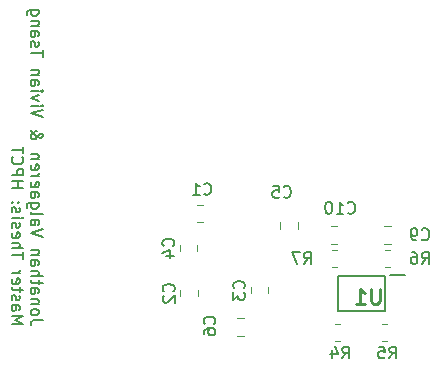
<source format=gbr>
%TF.GenerationSoftware,KiCad,Pcbnew,8.0.6-1.fc40*%
%TF.CreationDate,2024-12-02T14:58:13+01:00*%
%TF.ProjectId,PeltierDriver,50656c74-6965-4724-9472-697665722e6b,rev?*%
%TF.SameCoordinates,Original*%
%TF.FileFunction,Legend,Bot*%
%TF.FilePolarity,Positive*%
%FSLAX46Y46*%
G04 Gerber Fmt 4.6, Leading zero omitted, Abs format (unit mm)*
G04 Created by KiCad (PCBNEW 8.0.6-1.fc40) date 2024-12-02 14:58:13*
%MOMM*%
%LPD*%
G01*
G04 APERTURE LIST*
%ADD10C,0.200000*%
%ADD11C,0.150000*%
%ADD12C,0.254000*%
%ADD13C,0.120000*%
G04 APERTURE END LIST*
D10*
X124742724Y-108844612D02*
X124028439Y-108844612D01*
X124028439Y-108844612D02*
X123885582Y-108892231D01*
X123885582Y-108892231D02*
X123790344Y-108987469D01*
X123790344Y-108987469D02*
X123742724Y-109130326D01*
X123742724Y-109130326D02*
X123742724Y-109225564D01*
X123742724Y-108225564D02*
X123790344Y-108320802D01*
X123790344Y-108320802D02*
X123837963Y-108368421D01*
X123837963Y-108368421D02*
X123933201Y-108416040D01*
X123933201Y-108416040D02*
X124218915Y-108416040D01*
X124218915Y-108416040D02*
X124314153Y-108368421D01*
X124314153Y-108368421D02*
X124361772Y-108320802D01*
X124361772Y-108320802D02*
X124409391Y-108225564D01*
X124409391Y-108225564D02*
X124409391Y-108082707D01*
X124409391Y-108082707D02*
X124361772Y-107987469D01*
X124361772Y-107987469D02*
X124314153Y-107939850D01*
X124314153Y-107939850D02*
X124218915Y-107892231D01*
X124218915Y-107892231D02*
X123933201Y-107892231D01*
X123933201Y-107892231D02*
X123837963Y-107939850D01*
X123837963Y-107939850D02*
X123790344Y-107987469D01*
X123790344Y-107987469D02*
X123742724Y-108082707D01*
X123742724Y-108082707D02*
X123742724Y-108225564D01*
X124409391Y-107463659D02*
X123742724Y-107463659D01*
X124314153Y-107463659D02*
X124361772Y-107416040D01*
X124361772Y-107416040D02*
X124409391Y-107320802D01*
X124409391Y-107320802D02*
X124409391Y-107177945D01*
X124409391Y-107177945D02*
X124361772Y-107082707D01*
X124361772Y-107082707D02*
X124266534Y-107035088D01*
X124266534Y-107035088D02*
X123742724Y-107035088D01*
X123742724Y-106130326D02*
X124266534Y-106130326D01*
X124266534Y-106130326D02*
X124361772Y-106177945D01*
X124361772Y-106177945D02*
X124409391Y-106273183D01*
X124409391Y-106273183D02*
X124409391Y-106463659D01*
X124409391Y-106463659D02*
X124361772Y-106558897D01*
X123790344Y-106130326D02*
X123742724Y-106225564D01*
X123742724Y-106225564D02*
X123742724Y-106463659D01*
X123742724Y-106463659D02*
X123790344Y-106558897D01*
X123790344Y-106558897D02*
X123885582Y-106606516D01*
X123885582Y-106606516D02*
X123980820Y-106606516D01*
X123980820Y-106606516D02*
X124076058Y-106558897D01*
X124076058Y-106558897D02*
X124123677Y-106463659D01*
X124123677Y-106463659D02*
X124123677Y-106225564D01*
X124123677Y-106225564D02*
X124171296Y-106130326D01*
X124409391Y-105796992D02*
X124409391Y-105416040D01*
X124742724Y-105654135D02*
X123885582Y-105654135D01*
X123885582Y-105654135D02*
X123790344Y-105606516D01*
X123790344Y-105606516D02*
X123742724Y-105511278D01*
X123742724Y-105511278D02*
X123742724Y-105416040D01*
X123742724Y-105082706D02*
X124742724Y-105082706D01*
X123742724Y-104654135D02*
X124266534Y-104654135D01*
X124266534Y-104654135D02*
X124361772Y-104701754D01*
X124361772Y-104701754D02*
X124409391Y-104796992D01*
X124409391Y-104796992D02*
X124409391Y-104939849D01*
X124409391Y-104939849D02*
X124361772Y-105035087D01*
X124361772Y-105035087D02*
X124314153Y-105082706D01*
X123742724Y-103749373D02*
X124266534Y-103749373D01*
X124266534Y-103749373D02*
X124361772Y-103796992D01*
X124361772Y-103796992D02*
X124409391Y-103892230D01*
X124409391Y-103892230D02*
X124409391Y-104082706D01*
X124409391Y-104082706D02*
X124361772Y-104177944D01*
X123790344Y-103749373D02*
X123742724Y-103844611D01*
X123742724Y-103844611D02*
X123742724Y-104082706D01*
X123742724Y-104082706D02*
X123790344Y-104177944D01*
X123790344Y-104177944D02*
X123885582Y-104225563D01*
X123885582Y-104225563D02*
X123980820Y-104225563D01*
X123980820Y-104225563D02*
X124076058Y-104177944D01*
X124076058Y-104177944D02*
X124123677Y-104082706D01*
X124123677Y-104082706D02*
X124123677Y-103844611D01*
X124123677Y-103844611D02*
X124171296Y-103749373D01*
X124409391Y-103273182D02*
X123742724Y-103273182D01*
X124314153Y-103273182D02*
X124361772Y-103225563D01*
X124361772Y-103225563D02*
X124409391Y-103130325D01*
X124409391Y-103130325D02*
X124409391Y-102987468D01*
X124409391Y-102987468D02*
X124361772Y-102892230D01*
X124361772Y-102892230D02*
X124266534Y-102844611D01*
X124266534Y-102844611D02*
X123742724Y-102844611D01*
X124742724Y-101749372D02*
X123742724Y-101416039D01*
X123742724Y-101416039D02*
X124742724Y-101082706D01*
X123742724Y-100320801D02*
X124266534Y-100320801D01*
X124266534Y-100320801D02*
X124361772Y-100368420D01*
X124361772Y-100368420D02*
X124409391Y-100463658D01*
X124409391Y-100463658D02*
X124409391Y-100654134D01*
X124409391Y-100654134D02*
X124361772Y-100749372D01*
X123790344Y-100320801D02*
X123742724Y-100416039D01*
X123742724Y-100416039D02*
X123742724Y-100654134D01*
X123742724Y-100654134D02*
X123790344Y-100749372D01*
X123790344Y-100749372D02*
X123885582Y-100796991D01*
X123885582Y-100796991D02*
X123980820Y-100796991D01*
X123980820Y-100796991D02*
X124076058Y-100749372D01*
X124076058Y-100749372D02*
X124123677Y-100654134D01*
X124123677Y-100654134D02*
X124123677Y-100416039D01*
X124123677Y-100416039D02*
X124171296Y-100320801D01*
X123742724Y-99701753D02*
X123790344Y-99796991D01*
X123790344Y-99796991D02*
X123885582Y-99844610D01*
X123885582Y-99844610D02*
X124742724Y-99844610D01*
X124409391Y-98892229D02*
X123599867Y-98892229D01*
X123599867Y-98892229D02*
X123504629Y-98939848D01*
X123504629Y-98939848D02*
X123457010Y-98987467D01*
X123457010Y-98987467D02*
X123409391Y-99082705D01*
X123409391Y-99082705D02*
X123409391Y-99225562D01*
X123409391Y-99225562D02*
X123457010Y-99320800D01*
X123790344Y-98892229D02*
X123742724Y-98987467D01*
X123742724Y-98987467D02*
X123742724Y-99177943D01*
X123742724Y-99177943D02*
X123790344Y-99273181D01*
X123790344Y-99273181D02*
X123837963Y-99320800D01*
X123837963Y-99320800D02*
X123933201Y-99368419D01*
X123933201Y-99368419D02*
X124218915Y-99368419D01*
X124218915Y-99368419D02*
X124314153Y-99320800D01*
X124314153Y-99320800D02*
X124361772Y-99273181D01*
X124361772Y-99273181D02*
X124409391Y-99177943D01*
X124409391Y-99177943D02*
X124409391Y-98987467D01*
X124409391Y-98987467D02*
X124361772Y-98892229D01*
X123742724Y-97987467D02*
X124266534Y-97987467D01*
X124266534Y-97987467D02*
X124361772Y-98035086D01*
X124361772Y-98035086D02*
X124409391Y-98130324D01*
X124409391Y-98130324D02*
X124409391Y-98320800D01*
X124409391Y-98320800D02*
X124361772Y-98416038D01*
X123790344Y-97987467D02*
X123742724Y-98082705D01*
X123742724Y-98082705D02*
X123742724Y-98320800D01*
X123742724Y-98320800D02*
X123790344Y-98416038D01*
X123790344Y-98416038D02*
X123885582Y-98463657D01*
X123885582Y-98463657D02*
X123980820Y-98463657D01*
X123980820Y-98463657D02*
X124076058Y-98416038D01*
X124076058Y-98416038D02*
X124123677Y-98320800D01*
X124123677Y-98320800D02*
X124123677Y-98082705D01*
X124123677Y-98082705D02*
X124171296Y-97987467D01*
X123790344Y-97130324D02*
X123742724Y-97225562D01*
X123742724Y-97225562D02*
X123742724Y-97416038D01*
X123742724Y-97416038D02*
X123790344Y-97511276D01*
X123790344Y-97511276D02*
X123885582Y-97558895D01*
X123885582Y-97558895D02*
X124266534Y-97558895D01*
X124266534Y-97558895D02*
X124361772Y-97511276D01*
X124361772Y-97511276D02*
X124409391Y-97416038D01*
X124409391Y-97416038D02*
X124409391Y-97225562D01*
X124409391Y-97225562D02*
X124361772Y-97130324D01*
X124361772Y-97130324D02*
X124266534Y-97082705D01*
X124266534Y-97082705D02*
X124171296Y-97082705D01*
X124171296Y-97082705D02*
X124076058Y-97558895D01*
X123742724Y-96654133D02*
X124409391Y-96654133D01*
X124218915Y-96654133D02*
X124314153Y-96606514D01*
X124314153Y-96606514D02*
X124361772Y-96558895D01*
X124361772Y-96558895D02*
X124409391Y-96463657D01*
X124409391Y-96463657D02*
X124409391Y-96368419D01*
X123790344Y-95654133D02*
X123742724Y-95749371D01*
X123742724Y-95749371D02*
X123742724Y-95939847D01*
X123742724Y-95939847D02*
X123790344Y-96035085D01*
X123790344Y-96035085D02*
X123885582Y-96082704D01*
X123885582Y-96082704D02*
X124266534Y-96082704D01*
X124266534Y-96082704D02*
X124361772Y-96035085D01*
X124361772Y-96035085D02*
X124409391Y-95939847D01*
X124409391Y-95939847D02*
X124409391Y-95749371D01*
X124409391Y-95749371D02*
X124361772Y-95654133D01*
X124361772Y-95654133D02*
X124266534Y-95606514D01*
X124266534Y-95606514D02*
X124171296Y-95606514D01*
X124171296Y-95606514D02*
X124076058Y-96082704D01*
X124409391Y-95177942D02*
X123742724Y-95177942D01*
X124314153Y-95177942D02*
X124361772Y-95130323D01*
X124361772Y-95130323D02*
X124409391Y-95035085D01*
X124409391Y-95035085D02*
X124409391Y-94892228D01*
X124409391Y-94892228D02*
X124361772Y-94796990D01*
X124361772Y-94796990D02*
X124266534Y-94749371D01*
X124266534Y-94749371D02*
X123742724Y-94749371D01*
X123742724Y-92701751D02*
X123742724Y-92749371D01*
X123742724Y-92749371D02*
X123790344Y-92844609D01*
X123790344Y-92844609D02*
X123933201Y-92987466D01*
X123933201Y-92987466D02*
X124218915Y-93225561D01*
X124218915Y-93225561D02*
X124361772Y-93320799D01*
X124361772Y-93320799D02*
X124504629Y-93368418D01*
X124504629Y-93368418D02*
X124599867Y-93368418D01*
X124599867Y-93368418D02*
X124695105Y-93320799D01*
X124695105Y-93320799D02*
X124742724Y-93225561D01*
X124742724Y-93225561D02*
X124742724Y-93177942D01*
X124742724Y-93177942D02*
X124695105Y-93082704D01*
X124695105Y-93082704D02*
X124599867Y-93035085D01*
X124599867Y-93035085D02*
X124552248Y-93035085D01*
X124552248Y-93035085D02*
X124457010Y-93082704D01*
X124457010Y-93082704D02*
X124409391Y-93130323D01*
X124409391Y-93130323D02*
X124218915Y-93416037D01*
X124218915Y-93416037D02*
X124171296Y-93463656D01*
X124171296Y-93463656D02*
X124076058Y-93511275D01*
X124076058Y-93511275D02*
X123933201Y-93511275D01*
X123933201Y-93511275D02*
X123837963Y-93463656D01*
X123837963Y-93463656D02*
X123790344Y-93416037D01*
X123790344Y-93416037D02*
X123742724Y-93320799D01*
X123742724Y-93320799D02*
X123742724Y-93177942D01*
X123742724Y-93177942D02*
X123790344Y-93082704D01*
X123790344Y-93082704D02*
X123837963Y-93035085D01*
X123837963Y-93035085D02*
X124028439Y-92892228D01*
X124028439Y-92892228D02*
X124171296Y-92844609D01*
X124171296Y-92844609D02*
X124266534Y-92844609D01*
X124742724Y-91654132D02*
X123742724Y-91320799D01*
X123742724Y-91320799D02*
X124742724Y-90987466D01*
X123742724Y-90654132D02*
X124409391Y-90654132D01*
X124742724Y-90654132D02*
X124695105Y-90701751D01*
X124695105Y-90701751D02*
X124647486Y-90654132D01*
X124647486Y-90654132D02*
X124695105Y-90606513D01*
X124695105Y-90606513D02*
X124742724Y-90654132D01*
X124742724Y-90654132D02*
X124647486Y-90654132D01*
X124409391Y-90273180D02*
X123742724Y-90035085D01*
X123742724Y-90035085D02*
X124409391Y-89796990D01*
X123742724Y-89416037D02*
X124409391Y-89416037D01*
X124742724Y-89416037D02*
X124695105Y-89463656D01*
X124695105Y-89463656D02*
X124647486Y-89416037D01*
X124647486Y-89416037D02*
X124695105Y-89368418D01*
X124695105Y-89368418D02*
X124742724Y-89416037D01*
X124742724Y-89416037D02*
X124647486Y-89416037D01*
X123742724Y-88511276D02*
X124266534Y-88511276D01*
X124266534Y-88511276D02*
X124361772Y-88558895D01*
X124361772Y-88558895D02*
X124409391Y-88654133D01*
X124409391Y-88654133D02*
X124409391Y-88844609D01*
X124409391Y-88844609D02*
X124361772Y-88939847D01*
X123790344Y-88511276D02*
X123742724Y-88606514D01*
X123742724Y-88606514D02*
X123742724Y-88844609D01*
X123742724Y-88844609D02*
X123790344Y-88939847D01*
X123790344Y-88939847D02*
X123885582Y-88987466D01*
X123885582Y-88987466D02*
X123980820Y-88987466D01*
X123980820Y-88987466D02*
X124076058Y-88939847D01*
X124076058Y-88939847D02*
X124123677Y-88844609D01*
X124123677Y-88844609D02*
X124123677Y-88606514D01*
X124123677Y-88606514D02*
X124171296Y-88511276D01*
X124409391Y-88035085D02*
X123742724Y-88035085D01*
X124314153Y-88035085D02*
X124361772Y-87987466D01*
X124361772Y-87987466D02*
X124409391Y-87892228D01*
X124409391Y-87892228D02*
X124409391Y-87749371D01*
X124409391Y-87749371D02*
X124361772Y-87654133D01*
X124361772Y-87654133D02*
X124266534Y-87606514D01*
X124266534Y-87606514D02*
X123742724Y-87606514D01*
X124742724Y-86511275D02*
X124742724Y-85939847D01*
X123742724Y-86225561D02*
X124742724Y-86225561D01*
X123790344Y-85654132D02*
X123742724Y-85558894D01*
X123742724Y-85558894D02*
X123742724Y-85368418D01*
X123742724Y-85368418D02*
X123790344Y-85273180D01*
X123790344Y-85273180D02*
X123885582Y-85225561D01*
X123885582Y-85225561D02*
X123933201Y-85225561D01*
X123933201Y-85225561D02*
X124028439Y-85273180D01*
X124028439Y-85273180D02*
X124076058Y-85368418D01*
X124076058Y-85368418D02*
X124076058Y-85511275D01*
X124076058Y-85511275D02*
X124123677Y-85606513D01*
X124123677Y-85606513D02*
X124218915Y-85654132D01*
X124218915Y-85654132D02*
X124266534Y-85654132D01*
X124266534Y-85654132D02*
X124361772Y-85606513D01*
X124361772Y-85606513D02*
X124409391Y-85511275D01*
X124409391Y-85511275D02*
X124409391Y-85368418D01*
X124409391Y-85368418D02*
X124361772Y-85273180D01*
X123742724Y-84368418D02*
X124266534Y-84368418D01*
X124266534Y-84368418D02*
X124361772Y-84416037D01*
X124361772Y-84416037D02*
X124409391Y-84511275D01*
X124409391Y-84511275D02*
X124409391Y-84701751D01*
X124409391Y-84701751D02*
X124361772Y-84796989D01*
X123790344Y-84368418D02*
X123742724Y-84463656D01*
X123742724Y-84463656D02*
X123742724Y-84701751D01*
X123742724Y-84701751D02*
X123790344Y-84796989D01*
X123790344Y-84796989D02*
X123885582Y-84844608D01*
X123885582Y-84844608D02*
X123980820Y-84844608D01*
X123980820Y-84844608D02*
X124076058Y-84796989D01*
X124076058Y-84796989D02*
X124123677Y-84701751D01*
X124123677Y-84701751D02*
X124123677Y-84463656D01*
X124123677Y-84463656D02*
X124171296Y-84368418D01*
X124409391Y-83892227D02*
X123742724Y-83892227D01*
X124314153Y-83892227D02*
X124361772Y-83844608D01*
X124361772Y-83844608D02*
X124409391Y-83749370D01*
X124409391Y-83749370D02*
X124409391Y-83606513D01*
X124409391Y-83606513D02*
X124361772Y-83511275D01*
X124361772Y-83511275D02*
X124266534Y-83463656D01*
X124266534Y-83463656D02*
X123742724Y-83463656D01*
X124409391Y-82558894D02*
X123599867Y-82558894D01*
X123599867Y-82558894D02*
X123504629Y-82606513D01*
X123504629Y-82606513D02*
X123457010Y-82654132D01*
X123457010Y-82654132D02*
X123409391Y-82749370D01*
X123409391Y-82749370D02*
X123409391Y-82892227D01*
X123409391Y-82892227D02*
X123457010Y-82987465D01*
X123790344Y-82558894D02*
X123742724Y-82654132D01*
X123742724Y-82654132D02*
X123742724Y-82844608D01*
X123742724Y-82844608D02*
X123790344Y-82939846D01*
X123790344Y-82939846D02*
X123837963Y-82987465D01*
X123837963Y-82987465D02*
X123933201Y-83035084D01*
X123933201Y-83035084D02*
X124218915Y-83035084D01*
X124218915Y-83035084D02*
X124314153Y-82987465D01*
X124314153Y-82987465D02*
X124361772Y-82939846D01*
X124361772Y-82939846D02*
X124409391Y-82844608D01*
X124409391Y-82844608D02*
X124409391Y-82654132D01*
X124409391Y-82654132D02*
X124361772Y-82558894D01*
X122132780Y-109130326D02*
X123132780Y-109130326D01*
X123132780Y-109130326D02*
X122418495Y-108796993D01*
X122418495Y-108796993D02*
X123132780Y-108463660D01*
X123132780Y-108463660D02*
X122132780Y-108463660D01*
X122132780Y-107558898D02*
X122656590Y-107558898D01*
X122656590Y-107558898D02*
X122751828Y-107606517D01*
X122751828Y-107606517D02*
X122799447Y-107701755D01*
X122799447Y-107701755D02*
X122799447Y-107892231D01*
X122799447Y-107892231D02*
X122751828Y-107987469D01*
X122180400Y-107558898D02*
X122132780Y-107654136D01*
X122132780Y-107654136D02*
X122132780Y-107892231D01*
X122132780Y-107892231D02*
X122180400Y-107987469D01*
X122180400Y-107987469D02*
X122275638Y-108035088D01*
X122275638Y-108035088D02*
X122370876Y-108035088D01*
X122370876Y-108035088D02*
X122466114Y-107987469D01*
X122466114Y-107987469D02*
X122513733Y-107892231D01*
X122513733Y-107892231D02*
X122513733Y-107654136D01*
X122513733Y-107654136D02*
X122561352Y-107558898D01*
X122180400Y-107130326D02*
X122132780Y-107035088D01*
X122132780Y-107035088D02*
X122132780Y-106844612D01*
X122132780Y-106844612D02*
X122180400Y-106749374D01*
X122180400Y-106749374D02*
X122275638Y-106701755D01*
X122275638Y-106701755D02*
X122323257Y-106701755D01*
X122323257Y-106701755D02*
X122418495Y-106749374D01*
X122418495Y-106749374D02*
X122466114Y-106844612D01*
X122466114Y-106844612D02*
X122466114Y-106987469D01*
X122466114Y-106987469D02*
X122513733Y-107082707D01*
X122513733Y-107082707D02*
X122608971Y-107130326D01*
X122608971Y-107130326D02*
X122656590Y-107130326D01*
X122656590Y-107130326D02*
X122751828Y-107082707D01*
X122751828Y-107082707D02*
X122799447Y-106987469D01*
X122799447Y-106987469D02*
X122799447Y-106844612D01*
X122799447Y-106844612D02*
X122751828Y-106749374D01*
X122799447Y-106416040D02*
X122799447Y-106035088D01*
X123132780Y-106273183D02*
X122275638Y-106273183D01*
X122275638Y-106273183D02*
X122180400Y-106225564D01*
X122180400Y-106225564D02*
X122132780Y-106130326D01*
X122132780Y-106130326D02*
X122132780Y-106035088D01*
X122180400Y-105320802D02*
X122132780Y-105416040D01*
X122132780Y-105416040D02*
X122132780Y-105606516D01*
X122132780Y-105606516D02*
X122180400Y-105701754D01*
X122180400Y-105701754D02*
X122275638Y-105749373D01*
X122275638Y-105749373D02*
X122656590Y-105749373D01*
X122656590Y-105749373D02*
X122751828Y-105701754D01*
X122751828Y-105701754D02*
X122799447Y-105606516D01*
X122799447Y-105606516D02*
X122799447Y-105416040D01*
X122799447Y-105416040D02*
X122751828Y-105320802D01*
X122751828Y-105320802D02*
X122656590Y-105273183D01*
X122656590Y-105273183D02*
X122561352Y-105273183D01*
X122561352Y-105273183D02*
X122466114Y-105749373D01*
X122132780Y-104844611D02*
X122799447Y-104844611D01*
X122608971Y-104844611D02*
X122704209Y-104796992D01*
X122704209Y-104796992D02*
X122751828Y-104749373D01*
X122751828Y-104749373D02*
X122799447Y-104654135D01*
X122799447Y-104654135D02*
X122799447Y-104558897D01*
X123132780Y-103606515D02*
X123132780Y-103035087D01*
X122132780Y-103320801D02*
X123132780Y-103320801D01*
X122132780Y-102701753D02*
X123132780Y-102701753D01*
X122132780Y-102273182D02*
X122656590Y-102273182D01*
X122656590Y-102273182D02*
X122751828Y-102320801D01*
X122751828Y-102320801D02*
X122799447Y-102416039D01*
X122799447Y-102416039D02*
X122799447Y-102558896D01*
X122799447Y-102558896D02*
X122751828Y-102654134D01*
X122751828Y-102654134D02*
X122704209Y-102701753D01*
X122180400Y-101416039D02*
X122132780Y-101511277D01*
X122132780Y-101511277D02*
X122132780Y-101701753D01*
X122132780Y-101701753D02*
X122180400Y-101796991D01*
X122180400Y-101796991D02*
X122275638Y-101844610D01*
X122275638Y-101844610D02*
X122656590Y-101844610D01*
X122656590Y-101844610D02*
X122751828Y-101796991D01*
X122751828Y-101796991D02*
X122799447Y-101701753D01*
X122799447Y-101701753D02*
X122799447Y-101511277D01*
X122799447Y-101511277D02*
X122751828Y-101416039D01*
X122751828Y-101416039D02*
X122656590Y-101368420D01*
X122656590Y-101368420D02*
X122561352Y-101368420D01*
X122561352Y-101368420D02*
X122466114Y-101844610D01*
X122180400Y-100987467D02*
X122132780Y-100892229D01*
X122132780Y-100892229D02*
X122132780Y-100701753D01*
X122132780Y-100701753D02*
X122180400Y-100606515D01*
X122180400Y-100606515D02*
X122275638Y-100558896D01*
X122275638Y-100558896D02*
X122323257Y-100558896D01*
X122323257Y-100558896D02*
X122418495Y-100606515D01*
X122418495Y-100606515D02*
X122466114Y-100701753D01*
X122466114Y-100701753D02*
X122466114Y-100844610D01*
X122466114Y-100844610D02*
X122513733Y-100939848D01*
X122513733Y-100939848D02*
X122608971Y-100987467D01*
X122608971Y-100987467D02*
X122656590Y-100987467D01*
X122656590Y-100987467D02*
X122751828Y-100939848D01*
X122751828Y-100939848D02*
X122799447Y-100844610D01*
X122799447Y-100844610D02*
X122799447Y-100701753D01*
X122799447Y-100701753D02*
X122751828Y-100606515D01*
X122132780Y-100130324D02*
X122799447Y-100130324D01*
X123132780Y-100130324D02*
X123085161Y-100177943D01*
X123085161Y-100177943D02*
X123037542Y-100130324D01*
X123037542Y-100130324D02*
X123085161Y-100082705D01*
X123085161Y-100082705D02*
X123132780Y-100130324D01*
X123132780Y-100130324D02*
X123037542Y-100130324D01*
X122180400Y-99701753D02*
X122132780Y-99606515D01*
X122132780Y-99606515D02*
X122132780Y-99416039D01*
X122132780Y-99416039D02*
X122180400Y-99320801D01*
X122180400Y-99320801D02*
X122275638Y-99273182D01*
X122275638Y-99273182D02*
X122323257Y-99273182D01*
X122323257Y-99273182D02*
X122418495Y-99320801D01*
X122418495Y-99320801D02*
X122466114Y-99416039D01*
X122466114Y-99416039D02*
X122466114Y-99558896D01*
X122466114Y-99558896D02*
X122513733Y-99654134D01*
X122513733Y-99654134D02*
X122608971Y-99701753D01*
X122608971Y-99701753D02*
X122656590Y-99701753D01*
X122656590Y-99701753D02*
X122751828Y-99654134D01*
X122751828Y-99654134D02*
X122799447Y-99558896D01*
X122799447Y-99558896D02*
X122799447Y-99416039D01*
X122799447Y-99416039D02*
X122751828Y-99320801D01*
X122228019Y-98844610D02*
X122180400Y-98796991D01*
X122180400Y-98796991D02*
X122132780Y-98844610D01*
X122132780Y-98844610D02*
X122180400Y-98892229D01*
X122180400Y-98892229D02*
X122228019Y-98844610D01*
X122228019Y-98844610D02*
X122132780Y-98844610D01*
X122751828Y-98844610D02*
X122704209Y-98796991D01*
X122704209Y-98796991D02*
X122656590Y-98844610D01*
X122656590Y-98844610D02*
X122704209Y-98892229D01*
X122704209Y-98892229D02*
X122751828Y-98844610D01*
X122751828Y-98844610D02*
X122656590Y-98844610D01*
X122132780Y-97606515D02*
X123132780Y-97606515D01*
X122656590Y-97606515D02*
X122656590Y-97035087D01*
X122132780Y-97035087D02*
X123132780Y-97035087D01*
X122132780Y-96558896D02*
X123132780Y-96558896D01*
X123132780Y-96558896D02*
X123132780Y-96177944D01*
X123132780Y-96177944D02*
X123085161Y-96082706D01*
X123085161Y-96082706D02*
X123037542Y-96035087D01*
X123037542Y-96035087D02*
X122942304Y-95987468D01*
X122942304Y-95987468D02*
X122799447Y-95987468D01*
X122799447Y-95987468D02*
X122704209Y-96035087D01*
X122704209Y-96035087D02*
X122656590Y-96082706D01*
X122656590Y-96082706D02*
X122608971Y-96177944D01*
X122608971Y-96177944D02*
X122608971Y-96558896D01*
X122228019Y-94987468D02*
X122180400Y-95035087D01*
X122180400Y-95035087D02*
X122132780Y-95177944D01*
X122132780Y-95177944D02*
X122132780Y-95273182D01*
X122132780Y-95273182D02*
X122180400Y-95416039D01*
X122180400Y-95416039D02*
X122275638Y-95511277D01*
X122275638Y-95511277D02*
X122370876Y-95558896D01*
X122370876Y-95558896D02*
X122561352Y-95606515D01*
X122561352Y-95606515D02*
X122704209Y-95606515D01*
X122704209Y-95606515D02*
X122894685Y-95558896D01*
X122894685Y-95558896D02*
X122989923Y-95511277D01*
X122989923Y-95511277D02*
X123085161Y-95416039D01*
X123085161Y-95416039D02*
X123132780Y-95273182D01*
X123132780Y-95273182D02*
X123132780Y-95177944D01*
X123132780Y-95177944D02*
X123085161Y-95035087D01*
X123085161Y-95035087D02*
X123037542Y-94987468D01*
X123132780Y-94701753D02*
X123132780Y-94130325D01*
X122132780Y-94416039D02*
X123132780Y-94416039D01*
D11*
X135826540Y-106383333D02*
X135874160Y-106335714D01*
X135874160Y-106335714D02*
X135921779Y-106192857D01*
X135921779Y-106192857D02*
X135921779Y-106097619D01*
X135921779Y-106097619D02*
X135874160Y-105954762D01*
X135874160Y-105954762D02*
X135778921Y-105859524D01*
X135778921Y-105859524D02*
X135683683Y-105811905D01*
X135683683Y-105811905D02*
X135493207Y-105764286D01*
X135493207Y-105764286D02*
X135350350Y-105764286D01*
X135350350Y-105764286D02*
X135159874Y-105811905D01*
X135159874Y-105811905D02*
X135064636Y-105859524D01*
X135064636Y-105859524D02*
X134969398Y-105954762D01*
X134969398Y-105954762D02*
X134921779Y-106097619D01*
X134921779Y-106097619D02*
X134921779Y-106192857D01*
X134921779Y-106192857D02*
X134969398Y-106335714D01*
X134969398Y-106335714D02*
X135017017Y-106383333D01*
X135017017Y-106764286D02*
X134969398Y-106811905D01*
X134969398Y-106811905D02*
X134921779Y-106907143D01*
X134921779Y-106907143D02*
X134921779Y-107145238D01*
X134921779Y-107145238D02*
X134969398Y-107240476D01*
X134969398Y-107240476D02*
X135017017Y-107288095D01*
X135017017Y-107288095D02*
X135112255Y-107335714D01*
X135112255Y-107335714D02*
X135207493Y-107335714D01*
X135207493Y-107335714D02*
X135350350Y-107288095D01*
X135350350Y-107288095D02*
X135921779Y-106716667D01*
X135921779Y-106716667D02*
X135921779Y-107335714D01*
X156866666Y-104054819D02*
X157199999Y-103578628D01*
X157438094Y-104054819D02*
X157438094Y-103054819D01*
X157438094Y-103054819D02*
X157057142Y-103054819D01*
X157057142Y-103054819D02*
X156961904Y-103102438D01*
X156961904Y-103102438D02*
X156914285Y-103150057D01*
X156914285Y-103150057D02*
X156866666Y-103245295D01*
X156866666Y-103245295D02*
X156866666Y-103388152D01*
X156866666Y-103388152D02*
X156914285Y-103483390D01*
X156914285Y-103483390D02*
X156961904Y-103531009D01*
X156961904Y-103531009D02*
X157057142Y-103578628D01*
X157057142Y-103578628D02*
X157438094Y-103578628D01*
X156009523Y-103054819D02*
X156199999Y-103054819D01*
X156199999Y-103054819D02*
X156295237Y-103102438D01*
X156295237Y-103102438D02*
X156342856Y-103150057D01*
X156342856Y-103150057D02*
X156438094Y-103292914D01*
X156438094Y-103292914D02*
X156485713Y-103483390D01*
X156485713Y-103483390D02*
X156485713Y-103864342D01*
X156485713Y-103864342D02*
X156438094Y-103959580D01*
X156438094Y-103959580D02*
X156390475Y-104007200D01*
X156390475Y-104007200D02*
X156295237Y-104054819D01*
X156295237Y-104054819D02*
X156104761Y-104054819D01*
X156104761Y-104054819D02*
X156009523Y-104007200D01*
X156009523Y-104007200D02*
X155961904Y-103959580D01*
X155961904Y-103959580D02*
X155914285Y-103864342D01*
X155914285Y-103864342D02*
X155914285Y-103626247D01*
X155914285Y-103626247D02*
X155961904Y-103531009D01*
X155961904Y-103531009D02*
X156009523Y-103483390D01*
X156009523Y-103483390D02*
X156104761Y-103435771D01*
X156104761Y-103435771D02*
X156295237Y-103435771D01*
X156295237Y-103435771D02*
X156390475Y-103483390D01*
X156390475Y-103483390D02*
X156438094Y-103531009D01*
X156438094Y-103531009D02*
X156485713Y-103626247D01*
X156866666Y-101959580D02*
X156914285Y-102007200D01*
X156914285Y-102007200D02*
X157057142Y-102054819D01*
X157057142Y-102054819D02*
X157152380Y-102054819D01*
X157152380Y-102054819D02*
X157295237Y-102007200D01*
X157295237Y-102007200D02*
X157390475Y-101911961D01*
X157390475Y-101911961D02*
X157438094Y-101816723D01*
X157438094Y-101816723D02*
X157485713Y-101626247D01*
X157485713Y-101626247D02*
X157485713Y-101483390D01*
X157485713Y-101483390D02*
X157438094Y-101292914D01*
X157438094Y-101292914D02*
X157390475Y-101197676D01*
X157390475Y-101197676D02*
X157295237Y-101102438D01*
X157295237Y-101102438D02*
X157152380Y-101054819D01*
X157152380Y-101054819D02*
X157057142Y-101054819D01*
X157057142Y-101054819D02*
X156914285Y-101102438D01*
X156914285Y-101102438D02*
X156866666Y-101150057D01*
X156390475Y-102054819D02*
X156199999Y-102054819D01*
X156199999Y-102054819D02*
X156104761Y-102007200D01*
X156104761Y-102007200D02*
X156057142Y-101959580D01*
X156057142Y-101959580D02*
X155961904Y-101816723D01*
X155961904Y-101816723D02*
X155914285Y-101626247D01*
X155914285Y-101626247D02*
X155914285Y-101245295D01*
X155914285Y-101245295D02*
X155961904Y-101150057D01*
X155961904Y-101150057D02*
X156009523Y-101102438D01*
X156009523Y-101102438D02*
X156104761Y-101054819D01*
X156104761Y-101054819D02*
X156295237Y-101054819D01*
X156295237Y-101054819D02*
X156390475Y-101102438D01*
X156390475Y-101102438D02*
X156438094Y-101150057D01*
X156438094Y-101150057D02*
X156485713Y-101245295D01*
X156485713Y-101245295D02*
X156485713Y-101483390D01*
X156485713Y-101483390D02*
X156438094Y-101578628D01*
X156438094Y-101578628D02*
X156390475Y-101626247D01*
X156390475Y-101626247D02*
X156295237Y-101673866D01*
X156295237Y-101673866D02*
X156104761Y-101673866D01*
X156104761Y-101673866D02*
X156009523Y-101626247D01*
X156009523Y-101626247D02*
X155961904Y-101578628D01*
X155961904Y-101578628D02*
X155914285Y-101483390D01*
X154116666Y-112054819D02*
X154449999Y-111578628D01*
X154688094Y-112054819D02*
X154688094Y-111054819D01*
X154688094Y-111054819D02*
X154307142Y-111054819D01*
X154307142Y-111054819D02*
X154211904Y-111102438D01*
X154211904Y-111102438D02*
X154164285Y-111150057D01*
X154164285Y-111150057D02*
X154116666Y-111245295D01*
X154116666Y-111245295D02*
X154116666Y-111388152D01*
X154116666Y-111388152D02*
X154164285Y-111483390D01*
X154164285Y-111483390D02*
X154211904Y-111531009D01*
X154211904Y-111531009D02*
X154307142Y-111578628D01*
X154307142Y-111578628D02*
X154688094Y-111578628D01*
X153211904Y-111054819D02*
X153688094Y-111054819D01*
X153688094Y-111054819D02*
X153735713Y-111531009D01*
X153735713Y-111531009D02*
X153688094Y-111483390D01*
X153688094Y-111483390D02*
X153592856Y-111435771D01*
X153592856Y-111435771D02*
X153354761Y-111435771D01*
X153354761Y-111435771D02*
X153259523Y-111483390D01*
X153259523Y-111483390D02*
X153211904Y-111531009D01*
X153211904Y-111531009D02*
X153164285Y-111626247D01*
X153164285Y-111626247D02*
X153164285Y-111864342D01*
X153164285Y-111864342D02*
X153211904Y-111959580D01*
X153211904Y-111959580D02*
X153259523Y-112007200D01*
X153259523Y-112007200D02*
X153354761Y-112054819D01*
X153354761Y-112054819D02*
X153592856Y-112054819D01*
X153592856Y-112054819D02*
X153688094Y-112007200D01*
X153688094Y-112007200D02*
X153735713Y-111959580D01*
X138416666Y-98109580D02*
X138464285Y-98157200D01*
X138464285Y-98157200D02*
X138607142Y-98204819D01*
X138607142Y-98204819D02*
X138702380Y-98204819D01*
X138702380Y-98204819D02*
X138845237Y-98157200D01*
X138845237Y-98157200D02*
X138940475Y-98061961D01*
X138940475Y-98061961D02*
X138988094Y-97966723D01*
X138988094Y-97966723D02*
X139035713Y-97776247D01*
X139035713Y-97776247D02*
X139035713Y-97633390D01*
X139035713Y-97633390D02*
X138988094Y-97442914D01*
X138988094Y-97442914D02*
X138940475Y-97347676D01*
X138940475Y-97347676D02*
X138845237Y-97252438D01*
X138845237Y-97252438D02*
X138702380Y-97204819D01*
X138702380Y-97204819D02*
X138607142Y-97204819D01*
X138607142Y-97204819D02*
X138464285Y-97252438D01*
X138464285Y-97252438D02*
X138416666Y-97300057D01*
X137464285Y-98204819D02*
X138035713Y-98204819D01*
X137749999Y-98204819D02*
X137749999Y-97204819D01*
X137749999Y-97204819D02*
X137845237Y-97347676D01*
X137845237Y-97347676D02*
X137940475Y-97442914D01*
X137940475Y-97442914D02*
X138035713Y-97490533D01*
X145166666Y-98359580D02*
X145214285Y-98407200D01*
X145214285Y-98407200D02*
X145357142Y-98454819D01*
X145357142Y-98454819D02*
X145452380Y-98454819D01*
X145452380Y-98454819D02*
X145595237Y-98407200D01*
X145595237Y-98407200D02*
X145690475Y-98311961D01*
X145690475Y-98311961D02*
X145738094Y-98216723D01*
X145738094Y-98216723D02*
X145785713Y-98026247D01*
X145785713Y-98026247D02*
X145785713Y-97883390D01*
X145785713Y-97883390D02*
X145738094Y-97692914D01*
X145738094Y-97692914D02*
X145690475Y-97597676D01*
X145690475Y-97597676D02*
X145595237Y-97502438D01*
X145595237Y-97502438D02*
X145452380Y-97454819D01*
X145452380Y-97454819D02*
X145357142Y-97454819D01*
X145357142Y-97454819D02*
X145214285Y-97502438D01*
X145214285Y-97502438D02*
X145166666Y-97550057D01*
X144261904Y-97454819D02*
X144738094Y-97454819D01*
X144738094Y-97454819D02*
X144785713Y-97931009D01*
X144785713Y-97931009D02*
X144738094Y-97883390D01*
X144738094Y-97883390D02*
X144642856Y-97835771D01*
X144642856Y-97835771D02*
X144404761Y-97835771D01*
X144404761Y-97835771D02*
X144309523Y-97883390D01*
X144309523Y-97883390D02*
X144261904Y-97931009D01*
X144261904Y-97931009D02*
X144214285Y-98026247D01*
X144214285Y-98026247D02*
X144214285Y-98264342D01*
X144214285Y-98264342D02*
X144261904Y-98359580D01*
X144261904Y-98359580D02*
X144309523Y-98407200D01*
X144309523Y-98407200D02*
X144404761Y-98454819D01*
X144404761Y-98454819D02*
X144642856Y-98454819D01*
X144642856Y-98454819D02*
X144738094Y-98407200D01*
X144738094Y-98407200D02*
X144785713Y-98359580D01*
X135805505Y-102534722D02*
X135853125Y-102487103D01*
X135853125Y-102487103D02*
X135900744Y-102344246D01*
X135900744Y-102344246D02*
X135900744Y-102249008D01*
X135900744Y-102249008D02*
X135853125Y-102106151D01*
X135853125Y-102106151D02*
X135757886Y-102010913D01*
X135757886Y-102010913D02*
X135662648Y-101963294D01*
X135662648Y-101963294D02*
X135472172Y-101915675D01*
X135472172Y-101915675D02*
X135329315Y-101915675D01*
X135329315Y-101915675D02*
X135138839Y-101963294D01*
X135138839Y-101963294D02*
X135043601Y-102010913D01*
X135043601Y-102010913D02*
X134948363Y-102106151D01*
X134948363Y-102106151D02*
X134900744Y-102249008D01*
X134900744Y-102249008D02*
X134900744Y-102344246D01*
X134900744Y-102344246D02*
X134948363Y-102487103D01*
X134948363Y-102487103D02*
X134995982Y-102534722D01*
X135234077Y-103391865D02*
X135900744Y-103391865D01*
X134853125Y-103153770D02*
X135567410Y-102915675D01*
X135567410Y-102915675D02*
X135567410Y-103534722D01*
X150592857Y-99709580D02*
X150640476Y-99757200D01*
X150640476Y-99757200D02*
X150783333Y-99804819D01*
X150783333Y-99804819D02*
X150878571Y-99804819D01*
X150878571Y-99804819D02*
X151021428Y-99757200D01*
X151021428Y-99757200D02*
X151116666Y-99661961D01*
X151116666Y-99661961D02*
X151164285Y-99566723D01*
X151164285Y-99566723D02*
X151211904Y-99376247D01*
X151211904Y-99376247D02*
X151211904Y-99233390D01*
X151211904Y-99233390D02*
X151164285Y-99042914D01*
X151164285Y-99042914D02*
X151116666Y-98947676D01*
X151116666Y-98947676D02*
X151021428Y-98852438D01*
X151021428Y-98852438D02*
X150878571Y-98804819D01*
X150878571Y-98804819D02*
X150783333Y-98804819D01*
X150783333Y-98804819D02*
X150640476Y-98852438D01*
X150640476Y-98852438D02*
X150592857Y-98900057D01*
X149640476Y-99804819D02*
X150211904Y-99804819D01*
X149926190Y-99804819D02*
X149926190Y-98804819D01*
X149926190Y-98804819D02*
X150021428Y-98947676D01*
X150021428Y-98947676D02*
X150116666Y-99042914D01*
X150116666Y-99042914D02*
X150211904Y-99090533D01*
X149021428Y-98804819D02*
X148926190Y-98804819D01*
X148926190Y-98804819D02*
X148830952Y-98852438D01*
X148830952Y-98852438D02*
X148783333Y-98900057D01*
X148783333Y-98900057D02*
X148735714Y-98995295D01*
X148735714Y-98995295D02*
X148688095Y-99185771D01*
X148688095Y-99185771D02*
X148688095Y-99423866D01*
X148688095Y-99423866D02*
X148735714Y-99614342D01*
X148735714Y-99614342D02*
X148783333Y-99709580D01*
X148783333Y-99709580D02*
X148830952Y-99757200D01*
X148830952Y-99757200D02*
X148926190Y-99804819D01*
X148926190Y-99804819D02*
X149021428Y-99804819D01*
X149021428Y-99804819D02*
X149116666Y-99757200D01*
X149116666Y-99757200D02*
X149164285Y-99709580D01*
X149164285Y-99709580D02*
X149211904Y-99614342D01*
X149211904Y-99614342D02*
X149259523Y-99423866D01*
X149259523Y-99423866D02*
X149259523Y-99185771D01*
X149259523Y-99185771D02*
X149211904Y-98995295D01*
X149211904Y-98995295D02*
X149164285Y-98900057D01*
X149164285Y-98900057D02*
X149116666Y-98852438D01*
X149116666Y-98852438D02*
X149021428Y-98804819D01*
X146866666Y-104054819D02*
X147199999Y-103578628D01*
X147438094Y-104054819D02*
X147438094Y-103054819D01*
X147438094Y-103054819D02*
X147057142Y-103054819D01*
X147057142Y-103054819D02*
X146961904Y-103102438D01*
X146961904Y-103102438D02*
X146914285Y-103150057D01*
X146914285Y-103150057D02*
X146866666Y-103245295D01*
X146866666Y-103245295D02*
X146866666Y-103388152D01*
X146866666Y-103388152D02*
X146914285Y-103483390D01*
X146914285Y-103483390D02*
X146961904Y-103531009D01*
X146961904Y-103531009D02*
X147057142Y-103578628D01*
X147057142Y-103578628D02*
X147438094Y-103578628D01*
X146533332Y-103054819D02*
X145866666Y-103054819D01*
X145866666Y-103054819D02*
X146295237Y-104054819D01*
X139286789Y-109145530D02*
X139334409Y-109097911D01*
X139334409Y-109097911D02*
X139382028Y-108955054D01*
X139382028Y-108955054D02*
X139382028Y-108859816D01*
X139382028Y-108859816D02*
X139334409Y-108716959D01*
X139334409Y-108716959D02*
X139239170Y-108621721D01*
X139239170Y-108621721D02*
X139143932Y-108574102D01*
X139143932Y-108574102D02*
X138953456Y-108526483D01*
X138953456Y-108526483D02*
X138810599Y-108526483D01*
X138810599Y-108526483D02*
X138620123Y-108574102D01*
X138620123Y-108574102D02*
X138524885Y-108621721D01*
X138524885Y-108621721D02*
X138429647Y-108716959D01*
X138429647Y-108716959D02*
X138382028Y-108859816D01*
X138382028Y-108859816D02*
X138382028Y-108955054D01*
X138382028Y-108955054D02*
X138429647Y-109097911D01*
X138429647Y-109097911D02*
X138477266Y-109145530D01*
X138382028Y-110002673D02*
X138382028Y-109812197D01*
X138382028Y-109812197D02*
X138429647Y-109716959D01*
X138429647Y-109716959D02*
X138477266Y-109669340D01*
X138477266Y-109669340D02*
X138620123Y-109574102D01*
X138620123Y-109574102D02*
X138810599Y-109526483D01*
X138810599Y-109526483D02*
X139191551Y-109526483D01*
X139191551Y-109526483D02*
X139286789Y-109574102D01*
X139286789Y-109574102D02*
X139334409Y-109621721D01*
X139334409Y-109621721D02*
X139382028Y-109716959D01*
X139382028Y-109716959D02*
X139382028Y-109907435D01*
X139382028Y-109907435D02*
X139334409Y-110002673D01*
X139334409Y-110002673D02*
X139286789Y-110050292D01*
X139286789Y-110050292D02*
X139191551Y-110097911D01*
X139191551Y-110097911D02*
X138953456Y-110097911D01*
X138953456Y-110097911D02*
X138858218Y-110050292D01*
X138858218Y-110050292D02*
X138810599Y-110002673D01*
X138810599Y-110002673D02*
X138762980Y-109907435D01*
X138762980Y-109907435D02*
X138762980Y-109716959D01*
X138762980Y-109716959D02*
X138810599Y-109621721D01*
X138810599Y-109621721D02*
X138858218Y-109574102D01*
X138858218Y-109574102D02*
X138953456Y-109526483D01*
X150116666Y-112054819D02*
X150449999Y-111578628D01*
X150688094Y-112054819D02*
X150688094Y-111054819D01*
X150688094Y-111054819D02*
X150307142Y-111054819D01*
X150307142Y-111054819D02*
X150211904Y-111102438D01*
X150211904Y-111102438D02*
X150164285Y-111150057D01*
X150164285Y-111150057D02*
X150116666Y-111245295D01*
X150116666Y-111245295D02*
X150116666Y-111388152D01*
X150116666Y-111388152D02*
X150164285Y-111483390D01*
X150164285Y-111483390D02*
X150211904Y-111531009D01*
X150211904Y-111531009D02*
X150307142Y-111578628D01*
X150307142Y-111578628D02*
X150688094Y-111578628D01*
X149259523Y-111388152D02*
X149259523Y-112054819D01*
X149497618Y-111007200D02*
X149735713Y-111721485D01*
X149735713Y-111721485D02*
X149116666Y-111721485D01*
D12*
X153279619Y-106154318D02*
X153279619Y-107182413D01*
X153279619Y-107182413D02*
X153219142Y-107303365D01*
X153219142Y-107303365D02*
X153158666Y-107363842D01*
X153158666Y-107363842D02*
X153037714Y-107424318D01*
X153037714Y-107424318D02*
X152795809Y-107424318D01*
X152795809Y-107424318D02*
X152674857Y-107363842D01*
X152674857Y-107363842D02*
X152614380Y-107303365D01*
X152614380Y-107303365D02*
X152553904Y-107182413D01*
X152553904Y-107182413D02*
X152553904Y-106154318D01*
X151283904Y-107424318D02*
X152009619Y-107424318D01*
X151646762Y-107424318D02*
X151646762Y-106154318D01*
X151646762Y-106154318D02*
X151767714Y-106335746D01*
X151767714Y-106335746D02*
X151888666Y-106456699D01*
X151888666Y-106456699D02*
X152009619Y-106517175D01*
D11*
X141779580Y-106133333D02*
X141827200Y-106085714D01*
X141827200Y-106085714D02*
X141874819Y-105942857D01*
X141874819Y-105942857D02*
X141874819Y-105847619D01*
X141874819Y-105847619D02*
X141827200Y-105704762D01*
X141827200Y-105704762D02*
X141731961Y-105609524D01*
X141731961Y-105609524D02*
X141636723Y-105561905D01*
X141636723Y-105561905D02*
X141446247Y-105514286D01*
X141446247Y-105514286D02*
X141303390Y-105514286D01*
X141303390Y-105514286D02*
X141112914Y-105561905D01*
X141112914Y-105561905D02*
X141017676Y-105609524D01*
X141017676Y-105609524D02*
X140922438Y-105704762D01*
X140922438Y-105704762D02*
X140874819Y-105847619D01*
X140874819Y-105847619D02*
X140874819Y-105942857D01*
X140874819Y-105942857D02*
X140922438Y-106085714D01*
X140922438Y-106085714D02*
X140970057Y-106133333D01*
X140874819Y-106466667D02*
X140874819Y-107085714D01*
X140874819Y-107085714D02*
X141255771Y-106752381D01*
X141255771Y-106752381D02*
X141255771Y-106895238D01*
X141255771Y-106895238D02*
X141303390Y-106990476D01*
X141303390Y-106990476D02*
X141351009Y-107038095D01*
X141351009Y-107038095D02*
X141446247Y-107085714D01*
X141446247Y-107085714D02*
X141684342Y-107085714D01*
X141684342Y-107085714D02*
X141779580Y-107038095D01*
X141779580Y-107038095D02*
X141827200Y-106990476D01*
X141827200Y-106990476D02*
X141874819Y-106895238D01*
X141874819Y-106895238D02*
X141874819Y-106609524D01*
X141874819Y-106609524D02*
X141827200Y-106514286D01*
X141827200Y-106514286D02*
X141779580Y-106466667D01*
D13*
%TO.C,C2*%
X136411960Y-106811252D02*
X136411960Y-106288748D01*
X137881960Y-106811252D02*
X137881960Y-106288748D01*
%TO.C,R6*%
X153722936Y-102865000D02*
X154177064Y-102865000D01*
X153722936Y-104335000D02*
X154177064Y-104335000D01*
%TO.C,C9*%
X154211252Y-100865000D02*
X153688748Y-100865000D01*
X154211252Y-102335000D02*
X153688748Y-102335000D01*
%TO.C,R5*%
X153927064Y-109115000D02*
X153472936Y-109115000D01*
X153927064Y-110585000D02*
X153472936Y-110585000D01*
%TO.C,C1*%
X138361252Y-99040000D02*
X137838748Y-99040000D01*
X138361252Y-100510000D02*
X137838748Y-100510000D01*
%TO.C,C5*%
X144865000Y-100538748D02*
X144865000Y-101061252D01*
X146335000Y-100538748D02*
X146335000Y-101061252D01*
%TO.C,C4*%
X136390925Y-102962641D02*
X136390925Y-102440137D01*
X137860925Y-102962641D02*
X137860925Y-102440137D01*
%TO.C,C10*%
X149711252Y-100865000D02*
X149188748Y-100865000D01*
X149711252Y-102335000D02*
X149188748Y-102335000D01*
%TO.C,R7*%
X149222936Y-102865000D02*
X149677064Y-102865000D01*
X149222936Y-104335000D02*
X149677064Y-104335000D01*
%TO.C,C6*%
X141238748Y-108665000D02*
X141761252Y-108665000D01*
X141238748Y-110135000D02*
X141761252Y-110135000D01*
%TO.C,R4*%
X149927064Y-109115000D02*
X149472936Y-109115000D01*
X149927064Y-110585000D02*
X149472936Y-110585000D01*
D10*
%TO.C,U1*%
X149725000Y-105075000D02*
X153775000Y-105075000D01*
X149725000Y-108075000D02*
X149725000Y-105075000D01*
X153775000Y-105075000D02*
X153775000Y-108075000D01*
X153775000Y-108075000D02*
X149725000Y-108075000D01*
X154125000Y-105025000D02*
X155475000Y-105025000D01*
D13*
%TO.C,C3*%
X142365000Y-106561252D02*
X142365000Y-106038748D01*
X143835000Y-106561252D02*
X143835000Y-106038748D01*
%TD*%
M02*

</source>
